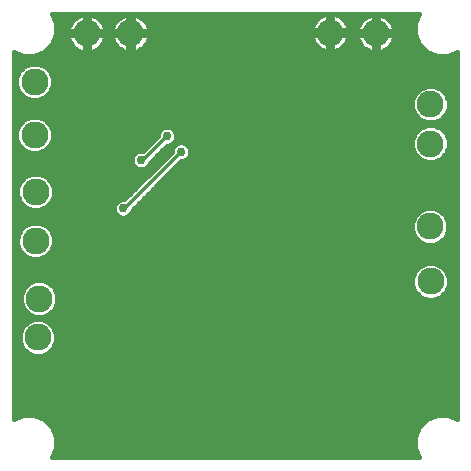
<source format=gbl>
G75*
%MOIN*%
%OFA0B0*%
%FSLAX25Y25*%
%IPPOS*%
%LPD*%
%AMOC8*
5,1,8,0,0,1.08239X$1,22.5*
%
%ADD10C,0.09000*%
%ADD11C,0.01600*%
%ADD12C,0.02978*%
%ADD13C,0.01181*%
D10*
X0029706Y0066611D03*
X0030099Y0079461D03*
X0028965Y0098784D03*
X0028965Y0115068D03*
X0028572Y0134099D03*
X0028572Y0151792D03*
X0045973Y0167942D03*
X0060540Y0167950D03*
X0127099Y0168194D03*
X0142328Y0167997D03*
X0160461Y0144367D03*
X0160461Y0131217D03*
X0160422Y0103603D03*
X0160587Y0085280D03*
D11*
X0021600Y0039437D02*
X0021600Y0161643D01*
X0024826Y0160307D01*
X0028459Y0160307D01*
X0031815Y0161697D01*
X0034383Y0164266D01*
X0035773Y0167622D01*
X0035773Y0171254D01*
X0034437Y0174480D01*
X0156643Y0174480D01*
X0155307Y0171254D01*
X0155307Y0167622D01*
X0156697Y0164266D01*
X0159266Y0161697D01*
X0162622Y0160307D01*
X0166254Y0160307D01*
X0169480Y0161643D01*
X0169480Y0039437D01*
X0166254Y0040773D01*
X0162622Y0040773D01*
X0159266Y0039383D01*
X0156697Y0036815D01*
X0155307Y0033459D01*
X0155307Y0029826D01*
X0156643Y0026600D01*
X0034437Y0026600D01*
X0035773Y0029826D01*
X0035773Y0033459D01*
X0034383Y0036815D01*
X0031815Y0039383D01*
X0028459Y0040773D01*
X0024826Y0040773D01*
X0021600Y0039437D01*
X0021600Y0040982D02*
X0169480Y0040982D01*
X0169480Y0042581D02*
X0021600Y0042581D01*
X0021600Y0044179D02*
X0169480Y0044179D01*
X0169480Y0045778D02*
X0021600Y0045778D01*
X0021600Y0047376D02*
X0169480Y0047376D01*
X0169480Y0048975D02*
X0021600Y0048975D01*
X0021600Y0050573D02*
X0169480Y0050573D01*
X0169480Y0052172D02*
X0021600Y0052172D01*
X0021600Y0053770D02*
X0169480Y0053770D01*
X0169480Y0055369D02*
X0021600Y0055369D01*
X0021600Y0056967D02*
X0169480Y0056967D01*
X0169480Y0058566D02*
X0021600Y0058566D01*
X0021600Y0060164D02*
X0169480Y0060164D01*
X0169480Y0061763D02*
X0033484Y0061763D01*
X0033161Y0061440D02*
X0034877Y0063156D01*
X0035805Y0065398D01*
X0035805Y0067824D01*
X0034877Y0070066D01*
X0033161Y0071782D01*
X0030919Y0072711D01*
X0028492Y0072711D01*
X0026250Y0071782D01*
X0024534Y0070066D01*
X0023606Y0067824D01*
X0023606Y0065398D01*
X0024534Y0063156D01*
X0026250Y0061440D01*
X0028492Y0060511D01*
X0030919Y0060511D01*
X0033161Y0061440D01*
X0034962Y0063361D02*
X0169480Y0063361D01*
X0169480Y0064960D02*
X0035624Y0064960D01*
X0035805Y0066558D02*
X0169480Y0066558D01*
X0169480Y0068157D02*
X0035668Y0068157D01*
X0035006Y0069755D02*
X0169480Y0069755D01*
X0169480Y0071354D02*
X0033589Y0071354D01*
X0033555Y0074290D02*
X0031313Y0073361D01*
X0028886Y0073361D01*
X0026644Y0074290D01*
X0024928Y0076006D01*
X0023999Y0078248D01*
X0023999Y0080675D01*
X0024928Y0082917D01*
X0026644Y0084633D01*
X0028886Y0085561D01*
X0031313Y0085561D01*
X0033555Y0084633D01*
X0035271Y0082917D01*
X0036199Y0080675D01*
X0036199Y0078248D01*
X0035271Y0076006D01*
X0033555Y0074290D01*
X0033815Y0074551D02*
X0169480Y0074551D01*
X0169480Y0076149D02*
X0035330Y0076149D01*
X0035992Y0077748D02*
X0169480Y0077748D01*
X0169480Y0079346D02*
X0162202Y0079346D01*
X0161801Y0079180D02*
X0164043Y0080109D01*
X0165759Y0081825D01*
X0166687Y0084067D01*
X0166687Y0086494D01*
X0165759Y0088736D01*
X0164043Y0090452D01*
X0161801Y0091380D01*
X0159374Y0091380D01*
X0157132Y0090452D01*
X0155416Y0088736D01*
X0154487Y0086494D01*
X0154487Y0084067D01*
X0155416Y0081825D01*
X0157132Y0080109D01*
X0159374Y0079180D01*
X0161801Y0079180D01*
X0164879Y0080945D02*
X0169480Y0080945D01*
X0169480Y0082543D02*
X0166056Y0082543D01*
X0166687Y0084142D02*
X0169480Y0084142D01*
X0169480Y0085740D02*
X0166687Y0085740D01*
X0166337Y0087339D02*
X0169480Y0087339D01*
X0169480Y0088937D02*
X0165557Y0088937D01*
X0163839Y0090536D02*
X0169480Y0090536D01*
X0169480Y0092134D02*
X0021600Y0092134D01*
X0021600Y0090536D02*
X0157336Y0090536D01*
X0155618Y0088937D02*
X0021600Y0088937D01*
X0021600Y0087339D02*
X0154838Y0087339D01*
X0154487Y0085740D02*
X0021600Y0085740D01*
X0021600Y0084142D02*
X0026153Y0084142D01*
X0024773Y0082543D02*
X0021600Y0082543D01*
X0021600Y0080945D02*
X0024111Y0080945D01*
X0023999Y0079346D02*
X0021600Y0079346D01*
X0021600Y0077748D02*
X0024206Y0077748D01*
X0024869Y0076149D02*
X0021600Y0076149D01*
X0021600Y0074551D02*
X0026383Y0074551D01*
X0025822Y0071354D02*
X0021600Y0071354D01*
X0021600Y0072952D02*
X0169480Y0072952D01*
X0158973Y0079346D02*
X0036199Y0079346D01*
X0036087Y0080945D02*
X0156296Y0080945D01*
X0155118Y0082543D02*
X0035425Y0082543D01*
X0034045Y0084142D02*
X0154487Y0084142D01*
X0159209Y0097503D02*
X0156967Y0098432D01*
X0155251Y0100148D01*
X0154322Y0102390D01*
X0154322Y0104817D01*
X0155251Y0107059D01*
X0156967Y0108774D01*
X0159209Y0109703D01*
X0161635Y0109703D01*
X0163877Y0108774D01*
X0165593Y0107059D01*
X0166522Y0104817D01*
X0166522Y0102390D01*
X0165593Y0100148D01*
X0163877Y0098432D01*
X0161635Y0097503D01*
X0159209Y0097503D01*
X0156870Y0098529D02*
X0035065Y0098529D01*
X0035065Y0097571D02*
X0034137Y0095329D01*
X0032421Y0093613D01*
X0030179Y0092684D01*
X0027752Y0092684D01*
X0025510Y0093613D01*
X0023794Y0095329D01*
X0022865Y0097571D01*
X0022865Y0099998D01*
X0023794Y0102240D01*
X0025510Y0103956D01*
X0027752Y0104884D01*
X0030179Y0104884D01*
X0032421Y0103956D01*
X0034137Y0102240D01*
X0035065Y0099998D01*
X0035065Y0097571D01*
X0034800Y0096930D02*
X0169480Y0096930D01*
X0169480Y0095332D02*
X0034138Y0095332D01*
X0032541Y0093733D02*
X0169480Y0093733D01*
X0169480Y0098529D02*
X0163974Y0098529D01*
X0165573Y0100127D02*
X0169480Y0100127D01*
X0169480Y0101726D02*
X0166247Y0101726D01*
X0166522Y0103324D02*
X0169480Y0103324D01*
X0169480Y0104923D02*
X0166478Y0104923D01*
X0165816Y0106521D02*
X0169480Y0106521D01*
X0169480Y0108120D02*
X0164532Y0108120D01*
X0169480Y0109718D02*
X0061753Y0109718D01*
X0061228Y0109193D02*
X0077439Y0125404D01*
X0078044Y0125404D01*
X0079180Y0125874D01*
X0080049Y0126743D01*
X0080519Y0127878D01*
X0080519Y0129107D01*
X0080049Y0130243D01*
X0079180Y0131112D01*
X0078044Y0131582D01*
X0076815Y0131582D01*
X0075680Y0131112D01*
X0074811Y0130243D01*
X0074341Y0129107D01*
X0074341Y0128502D01*
X0058523Y0112684D01*
X0057524Y0112684D01*
X0056389Y0112214D01*
X0055520Y0111345D01*
X0055050Y0110210D01*
X0055050Y0108981D01*
X0055520Y0107846D01*
X0056389Y0106977D01*
X0057524Y0106506D01*
X0058753Y0106506D01*
X0059888Y0106977D01*
X0060757Y0107846D01*
X0061228Y0108981D01*
X0061228Y0109193D01*
X0060871Y0108120D02*
X0156312Y0108120D01*
X0155028Y0106521D02*
X0058789Y0106521D01*
X0057488Y0106521D02*
X0021600Y0106521D01*
X0021600Y0104923D02*
X0154366Y0104923D01*
X0154322Y0103324D02*
X0033052Y0103324D01*
X0034350Y0101726D02*
X0154597Y0101726D01*
X0155271Y0100127D02*
X0035012Y0100127D01*
X0031990Y0109718D02*
X0055050Y0109718D01*
X0055406Y0108120D02*
X0021600Y0108120D01*
X0021600Y0109718D02*
X0025940Y0109718D01*
X0025510Y0109896D02*
X0023794Y0111612D01*
X0022865Y0113854D01*
X0022865Y0116281D01*
X0023794Y0118523D01*
X0025510Y0120239D01*
X0027752Y0121168D01*
X0030179Y0121168D01*
X0032421Y0120239D01*
X0034137Y0118523D01*
X0035065Y0116281D01*
X0035065Y0113854D01*
X0034137Y0111612D01*
X0032421Y0109896D01*
X0030179Y0108968D01*
X0027752Y0108968D01*
X0025510Y0109896D01*
X0024090Y0111317D02*
X0021600Y0111317D01*
X0021600Y0112915D02*
X0023254Y0112915D01*
X0022865Y0114514D02*
X0021600Y0114514D01*
X0021600Y0116112D02*
X0022865Y0116112D01*
X0023458Y0117711D02*
X0021600Y0117711D01*
X0021600Y0119309D02*
X0024580Y0119309D01*
X0027124Y0120908D02*
X0021600Y0120908D01*
X0021600Y0122506D02*
X0068345Y0122506D01*
X0066663Y0123987D02*
X0067004Y0124812D01*
X0067022Y0124830D01*
X0072714Y0130522D01*
X0073320Y0130522D01*
X0074455Y0130992D01*
X0075324Y0131861D01*
X0075794Y0132997D01*
X0075794Y0134225D01*
X0075324Y0135361D01*
X0074455Y0136230D01*
X0073320Y0136700D01*
X0072091Y0136700D01*
X0070956Y0136230D01*
X0070087Y0135361D01*
X0069617Y0134225D01*
X0069617Y0133620D01*
X0064775Y0128778D01*
X0064659Y0128826D01*
X0063430Y0128826D01*
X0062294Y0128356D01*
X0061425Y0127487D01*
X0060955Y0126351D01*
X0060955Y0125123D01*
X0061425Y0123987D01*
X0062294Y0123118D01*
X0063430Y0122648D01*
X0064659Y0122648D01*
X0065794Y0123118D01*
X0066663Y0123987D01*
X0066711Y0124105D02*
X0069944Y0124105D01*
X0071542Y0125703D02*
X0067896Y0125703D01*
X0069494Y0127302D02*
X0073141Y0127302D01*
X0074341Y0128900D02*
X0071093Y0128900D01*
X0072691Y0130499D02*
X0075067Y0130499D01*
X0075422Y0132097D02*
X0154361Y0132097D01*
X0154361Y0132431D02*
X0154361Y0130004D01*
X0155290Y0127762D01*
X0157006Y0126046D01*
X0159248Y0125117D01*
X0161675Y0125117D01*
X0163917Y0126046D01*
X0165633Y0127762D01*
X0166561Y0130004D01*
X0166561Y0132431D01*
X0165633Y0134673D01*
X0163917Y0136389D01*
X0161675Y0137317D01*
X0159248Y0137317D01*
X0157006Y0136389D01*
X0155290Y0134673D01*
X0154361Y0132431D01*
X0154885Y0133696D02*
X0075794Y0133696D01*
X0075352Y0135294D02*
X0155912Y0135294D01*
X0158223Y0136893D02*
X0034017Y0136893D01*
X0033743Y0137555D02*
X0034672Y0135313D01*
X0034672Y0132886D01*
X0033743Y0130644D01*
X0032027Y0128928D01*
X0029785Y0127999D01*
X0027358Y0127999D01*
X0025116Y0128928D01*
X0023400Y0130644D01*
X0022472Y0132886D01*
X0022472Y0135313D01*
X0023400Y0137555D01*
X0025116Y0139271D01*
X0027358Y0140199D01*
X0029785Y0140199D01*
X0032027Y0139271D01*
X0033743Y0137555D01*
X0032806Y0138491D02*
X0158706Y0138491D01*
X0159248Y0138267D02*
X0161675Y0138267D01*
X0163917Y0139196D01*
X0165633Y0140912D01*
X0166561Y0143154D01*
X0166561Y0145580D01*
X0165633Y0147822D01*
X0163917Y0149538D01*
X0161675Y0150467D01*
X0159248Y0150467D01*
X0157006Y0149538D01*
X0155290Y0147822D01*
X0154361Y0145580D01*
X0154361Y0143154D01*
X0155290Y0140912D01*
X0157006Y0139196D01*
X0159248Y0138267D01*
X0156112Y0140090D02*
X0030049Y0140090D01*
X0027094Y0140090D02*
X0021600Y0140090D01*
X0021600Y0141688D02*
X0154968Y0141688D01*
X0154361Y0143287D02*
X0021600Y0143287D01*
X0021600Y0144885D02*
X0154361Y0144885D01*
X0154736Y0146484D02*
X0031696Y0146484D01*
X0032027Y0146621D02*
X0033743Y0148337D01*
X0034672Y0150579D01*
X0034672Y0153005D01*
X0033743Y0155247D01*
X0032027Y0156963D01*
X0029785Y0157892D01*
X0027358Y0157892D01*
X0025116Y0156963D01*
X0023400Y0155247D01*
X0022472Y0153005D01*
X0022472Y0150579D01*
X0023400Y0148337D01*
X0025116Y0146621D01*
X0027358Y0145692D01*
X0029785Y0145692D01*
X0032027Y0146621D01*
X0033489Y0148082D02*
X0155550Y0148082D01*
X0157350Y0149681D02*
X0034300Y0149681D01*
X0034672Y0151279D02*
X0169480Y0151279D01*
X0169480Y0149681D02*
X0163572Y0149681D01*
X0165373Y0148082D02*
X0169480Y0148082D01*
X0169480Y0146484D02*
X0166187Y0146484D01*
X0166561Y0144885D02*
X0169480Y0144885D01*
X0169480Y0143287D02*
X0166561Y0143287D01*
X0165954Y0141688D02*
X0169480Y0141688D01*
X0169480Y0140090D02*
X0164811Y0140090D01*
X0162217Y0138491D02*
X0169480Y0138491D01*
X0169480Y0136893D02*
X0162700Y0136893D01*
X0165011Y0135294D02*
X0169480Y0135294D01*
X0169480Y0133696D02*
X0166037Y0133696D01*
X0166561Y0132097D02*
X0169480Y0132097D01*
X0169480Y0130499D02*
X0166561Y0130499D01*
X0166104Y0128900D02*
X0169480Y0128900D01*
X0169480Y0127302D02*
X0165173Y0127302D01*
X0163089Y0125703D02*
X0169480Y0125703D01*
X0169480Y0124105D02*
X0076140Y0124105D01*
X0074541Y0122506D02*
X0169480Y0122506D01*
X0169480Y0120908D02*
X0072943Y0120908D01*
X0071344Y0119309D02*
X0169480Y0119309D01*
X0169480Y0117711D02*
X0069746Y0117711D01*
X0068147Y0116112D02*
X0169480Y0116112D01*
X0169480Y0114514D02*
X0066549Y0114514D01*
X0064950Y0112915D02*
X0169480Y0112915D01*
X0169480Y0111317D02*
X0063352Y0111317D01*
X0060353Y0114514D02*
X0035065Y0114514D01*
X0035065Y0116112D02*
X0061951Y0116112D01*
X0063550Y0117711D02*
X0034473Y0117711D01*
X0033351Y0119309D02*
X0065148Y0119309D01*
X0066747Y0120908D02*
X0030806Y0120908D01*
X0031960Y0128900D02*
X0064897Y0128900D01*
X0066495Y0130499D02*
X0033598Y0130499D01*
X0034345Y0132097D02*
X0068094Y0132097D01*
X0069617Y0133696D02*
X0034672Y0133696D01*
X0034672Y0135294D02*
X0070059Y0135294D01*
X0061349Y0127302D02*
X0021600Y0127302D01*
X0021600Y0128900D02*
X0025183Y0128900D01*
X0023545Y0130499D02*
X0021600Y0130499D01*
X0021600Y0132097D02*
X0022798Y0132097D01*
X0022472Y0133696D02*
X0021600Y0133696D01*
X0021600Y0135294D02*
X0022472Y0135294D01*
X0023126Y0136893D02*
X0021600Y0136893D01*
X0021600Y0138491D02*
X0024337Y0138491D01*
X0025447Y0146484D02*
X0021600Y0146484D01*
X0021600Y0148082D02*
X0023655Y0148082D01*
X0022844Y0149681D02*
X0021600Y0149681D01*
X0021600Y0151279D02*
X0022472Y0151279D01*
X0022472Y0152878D02*
X0021600Y0152878D01*
X0021600Y0154476D02*
X0023081Y0154476D01*
X0024228Y0156075D02*
X0021600Y0156075D01*
X0021600Y0157673D02*
X0026830Y0157673D01*
X0030313Y0157673D02*
X0169480Y0157673D01*
X0169480Y0156075D02*
X0032916Y0156075D01*
X0034062Y0154476D02*
X0169480Y0154476D01*
X0169480Y0152878D02*
X0034672Y0152878D01*
X0029819Y0160870D02*
X0161261Y0160870D01*
X0158494Y0162469D02*
X0145355Y0162469D01*
X0145629Y0162609D02*
X0146432Y0163191D01*
X0147133Y0163893D01*
X0147716Y0164695D01*
X0148166Y0165578D01*
X0148472Y0166522D01*
X0148595Y0167297D01*
X0143028Y0167297D01*
X0143028Y0168697D01*
X0148595Y0168697D01*
X0148472Y0169472D01*
X0148166Y0170415D01*
X0147716Y0171299D01*
X0147133Y0172101D01*
X0146432Y0172802D01*
X0145629Y0173385D01*
X0144746Y0173835D01*
X0143803Y0174142D01*
X0143028Y0174264D01*
X0143028Y0168697D01*
X0141628Y0168697D01*
X0141628Y0174264D01*
X0140852Y0174142D01*
X0139909Y0173835D01*
X0139026Y0173385D01*
X0138223Y0172802D01*
X0137522Y0172101D01*
X0136939Y0171299D01*
X0136489Y0170415D01*
X0136183Y0169472D01*
X0136060Y0168697D01*
X0141627Y0168697D01*
X0141627Y0167297D01*
X0136060Y0167297D01*
X0136183Y0166522D01*
X0136489Y0165578D01*
X0136939Y0164695D01*
X0137522Y0163893D01*
X0138223Y0163191D01*
X0139026Y0162609D01*
X0139909Y0162158D01*
X0140852Y0161852D01*
X0141628Y0161729D01*
X0141628Y0167297D01*
X0143028Y0167297D01*
X0143028Y0161729D01*
X0143803Y0161852D01*
X0144746Y0162158D01*
X0145629Y0162609D01*
X0147260Y0164068D02*
X0156895Y0164068D01*
X0156117Y0165666D02*
X0148194Y0165666D01*
X0148590Y0167265D02*
X0155455Y0167265D01*
X0155307Y0168863D02*
X0148569Y0168863D01*
X0148142Y0170462D02*
X0155307Y0170462D01*
X0155641Y0172060D02*
X0147163Y0172060D01*
X0145093Y0173659D02*
X0156303Y0173659D01*
X0167614Y0160870D02*
X0169480Y0160870D01*
X0169480Y0159272D02*
X0021600Y0159272D01*
X0021600Y0160870D02*
X0023466Y0160870D01*
X0032586Y0162469D02*
X0042837Y0162469D01*
X0042671Y0162553D02*
X0043555Y0162103D01*
X0044498Y0161797D01*
X0045273Y0161674D01*
X0045273Y0167242D01*
X0039706Y0167242D01*
X0039828Y0166466D01*
X0040135Y0165523D01*
X0040585Y0164640D01*
X0041168Y0163838D01*
X0041869Y0163136D01*
X0042671Y0162553D01*
X0041001Y0164068D02*
X0034185Y0164068D01*
X0034963Y0165666D02*
X0040088Y0165666D01*
X0039706Y0168642D02*
X0045273Y0168642D01*
X0045273Y0174209D01*
X0044498Y0174087D01*
X0043555Y0173780D01*
X0042671Y0173330D01*
X0041869Y0172747D01*
X0041168Y0172046D01*
X0040585Y0171244D01*
X0040135Y0170360D01*
X0039828Y0169417D01*
X0039706Y0168642D01*
X0039741Y0168863D02*
X0035773Y0168863D01*
X0035773Y0170462D02*
X0040186Y0170462D01*
X0041182Y0172060D02*
X0035439Y0172060D01*
X0034777Y0173659D02*
X0043316Y0173659D01*
X0045273Y0173659D02*
X0046673Y0173659D01*
X0046673Y0174209D02*
X0047448Y0174087D01*
X0048392Y0173780D01*
X0049275Y0173330D01*
X0050077Y0172747D01*
X0050779Y0172046D01*
X0051361Y0171244D01*
X0051812Y0170360D01*
X0052118Y0169417D01*
X0052241Y0168642D01*
X0046673Y0168642D01*
X0045273Y0168642D01*
X0045273Y0167242D01*
X0046673Y0167242D01*
X0046673Y0168642D01*
X0046673Y0174209D01*
X0048630Y0173659D02*
X0057868Y0173659D01*
X0058122Y0173788D02*
X0057238Y0173338D01*
X0056436Y0172755D01*
X0055735Y0172054D01*
X0055152Y0171252D01*
X0054702Y0170368D01*
X0054395Y0169425D01*
X0054272Y0168650D01*
X0059840Y0168650D01*
X0059840Y0174217D01*
X0059065Y0174094D01*
X0058122Y0173788D01*
X0059840Y0173659D02*
X0061240Y0173659D01*
X0061240Y0174217D02*
X0061240Y0168650D01*
X0059840Y0168650D01*
X0059840Y0167250D01*
X0054272Y0167250D01*
X0054395Y0166474D01*
X0054702Y0165531D01*
X0055152Y0164648D01*
X0055735Y0163845D01*
X0056436Y0163144D01*
X0057238Y0162561D01*
X0058122Y0162111D01*
X0059065Y0161805D01*
X0059840Y0161682D01*
X0059840Y0167250D01*
X0061240Y0167250D01*
X0061240Y0168650D01*
X0066808Y0168650D01*
X0066685Y0169425D01*
X0066379Y0170368D01*
X0065928Y0171252D01*
X0065346Y0172054D01*
X0064644Y0172755D01*
X0063842Y0173338D01*
X0062959Y0173788D01*
X0062015Y0174094D01*
X0061240Y0174217D01*
X0063213Y0173659D02*
X0123948Y0173659D01*
X0123797Y0173582D02*
X0122995Y0172999D01*
X0122294Y0172298D01*
X0121711Y0171496D01*
X0121261Y0170612D01*
X0120954Y0169669D01*
X0120832Y0168894D01*
X0126399Y0168894D01*
X0126399Y0174461D01*
X0125624Y0174339D01*
X0124681Y0174032D01*
X0123797Y0173582D01*
X0122121Y0172060D02*
X0065339Y0172060D01*
X0066331Y0170462D02*
X0121212Y0170462D01*
X0120832Y0167494D02*
X0120954Y0166718D01*
X0121261Y0165775D01*
X0121711Y0164892D01*
X0122294Y0164090D01*
X0122995Y0163388D01*
X0123797Y0162805D01*
X0124681Y0162355D01*
X0125624Y0162049D01*
X0126399Y0161926D01*
X0126399Y0167494D01*
X0120832Y0167494D01*
X0120868Y0167265D02*
X0061240Y0167265D01*
X0061240Y0167250D02*
X0066808Y0167250D01*
X0066685Y0166474D01*
X0066379Y0165531D01*
X0065928Y0164648D01*
X0065346Y0163845D01*
X0064644Y0163144D01*
X0063842Y0162561D01*
X0062959Y0162111D01*
X0062015Y0161805D01*
X0061240Y0161682D01*
X0061240Y0167250D01*
X0059840Y0167265D02*
X0046673Y0167265D01*
X0046673Y0167242D02*
X0052241Y0167242D01*
X0052118Y0166466D01*
X0051812Y0165523D01*
X0051361Y0164640D01*
X0050779Y0163838D01*
X0050077Y0163136D01*
X0049275Y0162553D01*
X0048392Y0162103D01*
X0047448Y0161797D01*
X0046673Y0161674D01*
X0046673Y0167242D01*
X0045273Y0167265D02*
X0035625Y0167265D01*
X0045273Y0168863D02*
X0046673Y0168863D01*
X0046673Y0170462D02*
X0045273Y0170462D01*
X0045273Y0172060D02*
X0046673Y0172060D01*
X0050764Y0172060D02*
X0055741Y0172060D01*
X0054749Y0170462D02*
X0051760Y0170462D01*
X0052206Y0168863D02*
X0054306Y0168863D01*
X0054658Y0165666D02*
X0051858Y0165666D01*
X0050946Y0164068D02*
X0055573Y0164068D01*
X0057419Y0162469D02*
X0049109Y0162469D01*
X0046673Y0162469D02*
X0045273Y0162469D01*
X0045273Y0164068D02*
X0046673Y0164068D01*
X0046673Y0165666D02*
X0045273Y0165666D01*
X0059840Y0165666D02*
X0061240Y0165666D01*
X0061240Y0164068D02*
X0059840Y0164068D01*
X0059840Y0162469D02*
X0061240Y0162469D01*
X0063661Y0162469D02*
X0124458Y0162469D01*
X0126399Y0162469D02*
X0127799Y0162469D01*
X0127799Y0161926D02*
X0128574Y0162049D01*
X0129518Y0162355D01*
X0130401Y0162805D01*
X0131203Y0163388D01*
X0131905Y0164090D01*
X0132487Y0164892D01*
X0132938Y0165775D01*
X0133244Y0166718D01*
X0133367Y0167494D01*
X0127799Y0167494D01*
X0127799Y0168894D01*
X0126399Y0168894D01*
X0126399Y0167494D01*
X0127799Y0167494D01*
X0127799Y0161926D01*
X0129741Y0162469D02*
X0139300Y0162469D01*
X0141628Y0162469D02*
X0143028Y0162469D01*
X0143028Y0164068D02*
X0141628Y0164068D01*
X0141628Y0165666D02*
X0143028Y0165666D01*
X0143028Y0167265D02*
X0141628Y0167265D01*
X0141628Y0168863D02*
X0143028Y0168863D01*
X0143028Y0170462D02*
X0141628Y0170462D01*
X0141628Y0172060D02*
X0143028Y0172060D01*
X0143028Y0173659D02*
X0141628Y0173659D01*
X0139562Y0173659D02*
X0130251Y0173659D01*
X0130401Y0173582D02*
X0129518Y0174032D01*
X0128574Y0174339D01*
X0127799Y0174461D01*
X0127799Y0168894D01*
X0133367Y0168894D01*
X0133244Y0169669D01*
X0132938Y0170612D01*
X0132487Y0171496D01*
X0131905Y0172298D01*
X0131203Y0172999D01*
X0130401Y0173582D01*
X0132077Y0172060D02*
X0137492Y0172060D01*
X0136513Y0170462D02*
X0132987Y0170462D01*
X0136086Y0168863D02*
X0127799Y0168863D01*
X0126399Y0168863D02*
X0066774Y0168863D01*
X0066422Y0165666D02*
X0121316Y0165666D01*
X0122316Y0164068D02*
X0065507Y0164068D01*
X0061240Y0168863D02*
X0059840Y0168863D01*
X0059840Y0170462D02*
X0061240Y0170462D01*
X0061240Y0172060D02*
X0059840Y0172060D01*
X0079793Y0130499D02*
X0154361Y0130499D01*
X0154819Y0128900D02*
X0080519Y0128900D01*
X0080280Y0127302D02*
X0155750Y0127302D01*
X0157834Y0125703D02*
X0078767Y0125703D01*
X0061377Y0124105D02*
X0021600Y0124105D01*
X0021600Y0125703D02*
X0060955Y0125703D01*
X0058754Y0112915D02*
X0034676Y0112915D01*
X0033841Y0111317D02*
X0055508Y0111317D01*
X0024878Y0103324D02*
X0021600Y0103324D01*
X0021600Y0101726D02*
X0023581Y0101726D01*
X0022919Y0100127D02*
X0021600Y0100127D01*
X0021600Y0098529D02*
X0022865Y0098529D01*
X0023131Y0096930D02*
X0021600Y0096930D01*
X0021600Y0095332D02*
X0023793Y0095332D01*
X0025390Y0093733D02*
X0021600Y0093733D01*
X0021600Y0069755D02*
X0024405Y0069755D01*
X0023743Y0068157D02*
X0021600Y0068157D01*
X0021600Y0066558D02*
X0023606Y0066558D01*
X0023787Y0064960D02*
X0021600Y0064960D01*
X0021600Y0063361D02*
X0024449Y0063361D01*
X0025927Y0061763D02*
X0021600Y0061763D01*
X0031813Y0039384D02*
X0159267Y0039384D01*
X0157668Y0037785D02*
X0033413Y0037785D01*
X0034643Y0036187D02*
X0156437Y0036187D01*
X0155775Y0034588D02*
X0035305Y0034588D01*
X0035773Y0032990D02*
X0155307Y0032990D01*
X0155307Y0031391D02*
X0035773Y0031391D01*
X0035759Y0029793D02*
X0155321Y0029793D01*
X0155983Y0028194D02*
X0035097Y0028194D01*
X0126399Y0164068D02*
X0127799Y0164068D01*
X0127799Y0165666D02*
X0126399Y0165666D01*
X0126399Y0167265D02*
X0127799Y0167265D01*
X0127799Y0170462D02*
X0126399Y0170462D01*
X0126399Y0172060D02*
X0127799Y0172060D01*
X0127799Y0173659D02*
X0126399Y0173659D01*
X0133331Y0167265D02*
X0136065Y0167265D01*
X0136461Y0165666D02*
X0132882Y0165666D01*
X0131883Y0164068D02*
X0137395Y0164068D01*
D12*
X0095540Y0133611D03*
X0095540Y0128887D03*
X0090028Y0128887D03*
X0090028Y0133611D03*
X0077430Y0128493D03*
X0072706Y0133611D03*
X0064044Y0125737D03*
X0058139Y0109595D03*
X0056564Y0098178D03*
X0071918Y0106446D03*
X0082548Y0095028D03*
X0089241Y0086761D03*
X0082942Y0078887D03*
X0097902Y0080855D03*
X0097902Y0075737D03*
X0097902Y0086367D03*
X0103020Y0086367D03*
X0110894Y0074162D03*
X0107745Y0066682D03*
X0107745Y0061957D03*
X0119556Y0087154D03*
X0119556Y0091485D03*
X0132942Y0070619D03*
X0132942Y0065501D03*
X0147902Y0043060D03*
X0147902Y0038335D03*
X0147902Y0033611D03*
X0147902Y0028493D03*
X0153020Y0043060D03*
X0157351Y0043060D03*
X0161682Y0043060D03*
X0166013Y0043060D03*
X0164438Y0074162D03*
X0067194Y0054871D03*
X0062469Y0054871D03*
X0057745Y0054871D03*
X0053020Y0054871D03*
X0053020Y0050146D03*
X0053020Y0045422D03*
X0047902Y0045028D03*
X0047902Y0049753D03*
X0047902Y0054871D03*
D13*
X0058139Y0109595D02*
X0058532Y0109989D01*
X0058926Y0109989D01*
X0077430Y0128493D01*
X0072706Y0133611D02*
X0064831Y0125737D01*
X0064044Y0125737D01*
M02*

</source>
